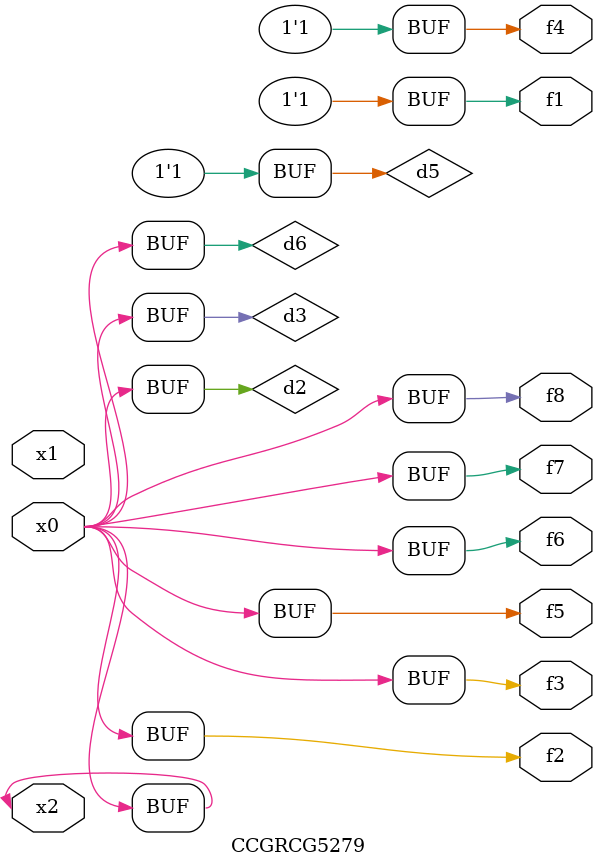
<source format=v>
module CCGRCG5279(
	input x0, x1, x2,
	output f1, f2, f3, f4, f5, f6, f7, f8
);

	wire d1, d2, d3, d4, d5, d6;

	xnor (d1, x2);
	buf (d2, x0, x2);
	and (d3, x0);
	xnor (d4, x1, x2);
	nand (d5, d1, d3);
	buf (d6, d2, d3);
	assign f1 = d5;
	assign f2 = d6;
	assign f3 = d6;
	assign f4 = d5;
	assign f5 = d6;
	assign f6 = d6;
	assign f7 = d6;
	assign f8 = d6;
endmodule

</source>
